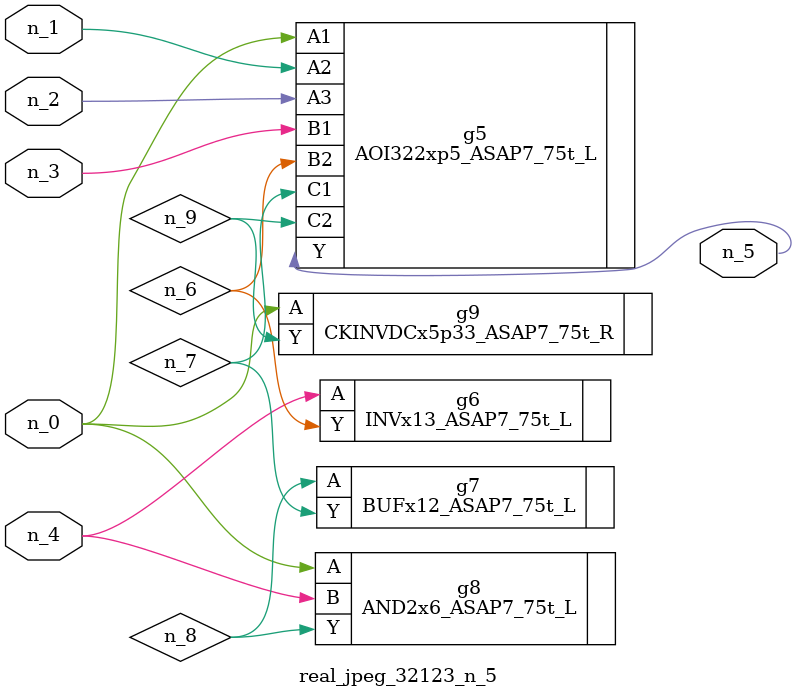
<source format=v>
module real_jpeg_32123_n_5 (n_4, n_0, n_1, n_2, n_3, n_5);

input n_4;
input n_0;
input n_1;
input n_2;
input n_3;

output n_5;

wire n_8;
wire n_6;
wire n_7;
wire n_9;

AOI322xp5_ASAP7_75t_L g5 ( 
.A1(n_0),
.A2(n_1),
.A3(n_2),
.B1(n_3),
.B2(n_6),
.C1(n_7),
.C2(n_9),
.Y(n_5)
);

AND2x6_ASAP7_75t_L g8 ( 
.A(n_0),
.B(n_4),
.Y(n_8)
);

CKINVDCx5p33_ASAP7_75t_R g9 ( 
.A(n_0),
.Y(n_9)
);

INVx13_ASAP7_75t_L g6 ( 
.A(n_4),
.Y(n_6)
);

BUFx12_ASAP7_75t_L g7 ( 
.A(n_8),
.Y(n_7)
);


endmodule
</source>
